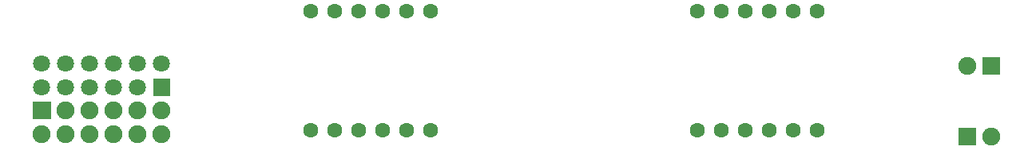
<source format=gts>
G04 Layer: TopSolderMaskLayer*
G04 EasyEDA v6.5.9, 2023-12-18 21:36:12*
G04 Gerber Generator version 0.2*
G04 Scale: 100 percent, Rotated: No, Reflected: No *
G04 Dimensions in millimeters *
G04 leading zeros omitted , absolute positions ,4 integer and 5 decimal *
%FSLAX45Y45*%
%MOMM*%

%ADD10C,1.9000*%
%ADD11C,1.9016*%
%ADD12C,1.8016*%
%ADD13C,1.6000*%

%LPD*%
G36*
X10981943Y4454905D02*
G01*
X10981943Y4644897D01*
X11171936Y4644897D01*
X11171936Y4454905D01*
G37*
D10*
G01*
X10822965Y4549978D03*
G36*
X10727943Y3704844D02*
G01*
X10727943Y3895089D01*
X10917936Y3895089D01*
X10917936Y3704844D01*
G37*
D11*
G01*
X11076990Y3799992D03*
G36*
X2194813Y4232910D02*
G01*
X2194813Y4412995D01*
X2375154Y4412995D01*
X2375154Y4232910D01*
G37*
D12*
G01*
X2285009Y4576978D03*
G01*
X2031009Y4322978D03*
G01*
X2031009Y4576978D03*
G01*
X1777009Y4322978D03*
G01*
X1777009Y4576978D03*
G01*
X1523009Y4322978D03*
G01*
X1523009Y4576978D03*
G01*
X1269009Y4322978D03*
G01*
X1269009Y4576978D03*
G01*
X1015009Y4322978D03*
G01*
X1015009Y4576978D03*
G36*
X919987Y3981957D02*
G01*
X919987Y4172204D01*
X1109979Y4172204D01*
X1109979Y3981957D01*
G37*
D11*
G01*
X1015009Y3822979D03*
G01*
X1269009Y4076979D03*
G01*
X1269009Y3822979D03*
G01*
X1523009Y4076979D03*
G01*
X1523009Y3822979D03*
G01*
X1777009Y4076979D03*
G01*
X1777009Y3822979D03*
G01*
X2031009Y4076979D03*
G01*
X2031009Y3822979D03*
G01*
X2285009Y4076979D03*
G01*
X2285009Y3822979D03*
D13*
G01*
X3864990Y3864990D03*
G01*
X4118990Y3864990D03*
G01*
X4372990Y3864990D03*
G01*
X4626990Y3864990D03*
G01*
X4880990Y3864990D03*
G01*
X5134990Y3864990D03*
G01*
X5134990Y5134990D03*
G01*
X4880990Y5134990D03*
G01*
X4626990Y5134990D03*
G01*
X4372990Y5134990D03*
G01*
X4118990Y5134990D03*
G01*
X3864990Y5134990D03*
G01*
X7964982Y3864990D03*
G01*
X8218982Y3864990D03*
G01*
X8472982Y3864990D03*
G01*
X8726982Y3864990D03*
G01*
X8980982Y3864990D03*
G01*
X9234982Y3864990D03*
G01*
X9234982Y5134990D03*
G01*
X8980982Y5134990D03*
G01*
X8726982Y5134990D03*
G01*
X8472982Y5134990D03*
G01*
X8218982Y5134990D03*
G01*
X7964982Y5134990D03*
M02*

</source>
